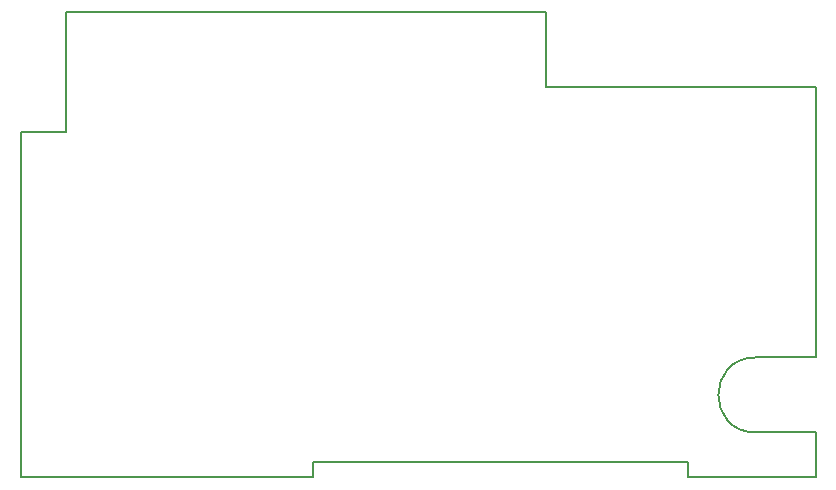
<source format=gko>
G04 #@! TF.GenerationSoftware,KiCad,Pcbnew,5.0.0-fee4fd1~65~ubuntu17.10.1*
G04 #@! TF.CreationDate,2018-10-29T15:23:50-04:00*
G04 #@! TF.ProjectId,daughterboard,6461756768746572626F6172642E6B69,rev?*
G04 #@! TF.SameCoordinates,Original*
G04 #@! TF.FileFunction,Profile,NP*
%FSLAX46Y46*%
G04 Gerber Fmt 4.6, Leading zero omitted, Abs format (unit mm)*
G04 Created by KiCad (PCBNEW 5.0.0-fee4fd1~65~ubuntu17.10.1) date Mon Oct 29 15:23:50 2018*
%MOMM*%
%LPD*%
G01*
G04 APERTURE LIST*
%ADD10C,0.150000*%
G04 APERTURE END LIST*
D10*
X156210000Y-85090000D02*
X152400000Y-85090000D01*
X196850000Y-81280000D02*
X196850000Y-74930000D01*
X219710000Y-81280000D02*
X196850000Y-81280000D01*
X214630000Y-104140000D02*
G75*
G03X214630000Y-110490000I0J-3175000D01*
G01*
X219710000Y-110490000D02*
X219710000Y-114300000D01*
X219710000Y-104140000D02*
X214630000Y-104140000D01*
X219710000Y-110490000D02*
X214630000Y-110490000D01*
X156210000Y-74930000D02*
X156210000Y-85090000D01*
X156210000Y-74930000D02*
X196850000Y-74930000D01*
X219710000Y-104140000D02*
X219710000Y-81280000D01*
X208915000Y-114300000D02*
X219710000Y-114300000D01*
X208915000Y-113030000D02*
X208915000Y-114300000D01*
X177165000Y-113030000D02*
X208915000Y-113030000D01*
X177165000Y-114300000D02*
X177165000Y-113030000D01*
X152400000Y-114300000D02*
X177165000Y-114300000D01*
X152400000Y-85090000D02*
X152400000Y-114300000D01*
M02*

</source>
